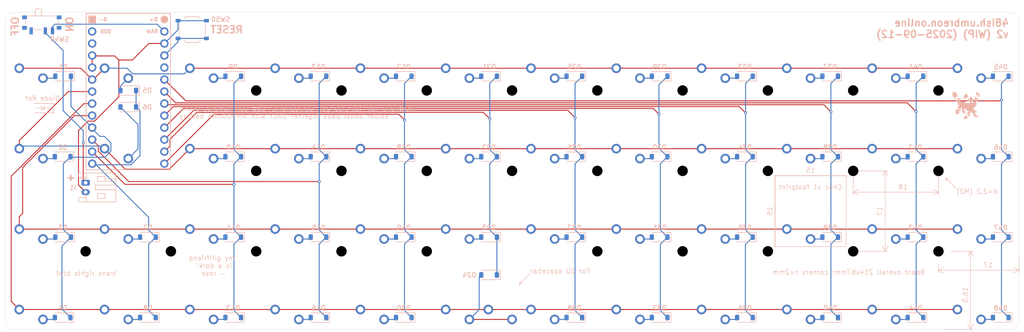
<source format=kicad_pcb>
(kicad_pcb
	(version 20241229)
	(generator "pcbnew")
	(generator_version "9.0")
	(general
		(thickness 1.6)
		(legacy_teardrops no)
	)
	(paper "A3")
	(title_block
		(title "plank")
		(rev "v1.0.0")
		(company "Unknown")
	)
	(layers
		(0 "F.Cu" signal)
		(2 "B.Cu" signal)
		(9 "F.Adhes" user "F.Adhesive")
		(11 "B.Adhes" user "B.Adhesive")
		(13 "F.Paste" user)
		(15 "B.Paste" user)
		(5 "F.SilkS" user "F.Silkscreen")
		(7 "B.SilkS" user "B.Silkscreen")
		(1 "F.Mask" user)
		(3 "B.Mask" user)
		(17 "Dwgs.User" user "User.Drawings")
		(19 "Cmts.User" user "User.Comments")
		(21 "Eco1.User" user "User.Eco1")
		(23 "Eco2.User" user "User.Eco2")
		(25 "Edge.Cuts" user)
		(27 "Margin" user)
		(31 "F.CrtYd" user "F.Courtyard")
		(29 "B.CrtYd" user "B.Courtyard")
		(35 "F.Fab" user)
		(33 "B.Fab" user)
	)
	(setup
		(pad_to_mask_clearance 0)
		(allow_soldermask_bridges_in_footprints no)
		(tenting front back)
		(pcbplotparams
			(layerselection 0x00000000_00000000_55555555_5755f5ff)
			(plot_on_all_layers_selection 0x00000000_00000000_00000000_00000000)
			(disableapertmacros no)
			(usegerberextensions no)
			(usegerberattributes yes)
			(usegerberadvancedattributes yes)
			(creategerberjobfile yes)
			(dashed_line_dash_ratio 12.000000)
			(dashed_line_gap_ratio 3.000000)
			(svgprecision 4)
			(plotframeref no)
			(mode 1)
			(useauxorigin no)
			(hpglpennumber 1)
			(hpglpenspeed 20)
			(hpglpendiameter 15.000000)
			(pdf_front_fp_property_popups yes)
			(pdf_back_fp_property_popups yes)
			(pdf_metadata yes)
			(pdf_single_document no)
			(dxfpolygonmode yes)
			(dxfimperialunits yes)
			(dxfusepcbnewfont yes)
			(psnegative no)
			(psa4output no)
			(plot_black_and_white yes)
			(sketchpadsonfab no)
			(plotpadnumbers no)
			(hidednponfab no)
			(sketchdnponfab yes)
			(crossoutdnponfab yes)
			(subtractmaskfromsilk no)
			(outputformat 1)
			(mirror no)
			(drillshape 0)
			(scaleselection 1)
			(outputdirectory "48ish_soldered_out/")
		)
	)
	(net 0 "")
	(net 1 "Net-(D1-A)")
	(net 2 "/col0")
	(net 3 "Net-(D2-A)")
	(net 4 "Net-(D3-A)")
	(net 5 "Net-(D4-A)")
	(net 6 "/col1")
	(net 7 "Net-(D5-A)")
	(net 8 "Net-(D6-A)")
	(net 9 "Net-(D7-A)")
	(net 10 "Net-(D8-A)")
	(net 11 "Net-(D9-A)")
	(net 12 "/col2")
	(net 13 "Net-(D10-A)")
	(net 14 "Net-(D11-A)")
	(net 15 "Net-(D12-A)")
	(net 16 "/col3")
	(net 17 "Net-(D13-A)")
	(net 18 "Net-(D14-A)")
	(net 19 "Net-(D15-A)")
	(net 20 "Net-(D16-A)")
	(net 21 "Net-(D17-A)")
	(net 22 "/col4")
	(net 23 "Net-(D18-A)")
	(net 24 "Net-(D19-A)")
	(net 25 "Net-(D20-A)")
	(net 26 "Net-(D21-A)")
	(net 27 "/col5")
	(net 28 "Net-(D22-A)")
	(net 29 "Net-(D23-A)")
	(net 30 "Net-(D24-A)")
	(net 31 "Net-(D25-A)")
	(net 32 "/col6")
	(net 33 "Net-(D26-A)")
	(net 34 "Net-(D27-A)")
	(net 35 "Net-(D28-A)")
	(net 36 "/col7")
	(net 37 "Net-(D29-A)")
	(net 38 "Net-(D30-A)")
	(net 39 "Net-(D31-A)")
	(net 40 "Net-(D32-A)")
	(net 41 "Net-(D33-A)")
	(net 42 "/col8")
	(net 43 "Net-(D34-A)")
	(net 44 "Net-(D35-A)")
	(net 45 "Net-(D36-A)")
	(net 46 "Net-(D37-A)")
	(net 47 "/col9")
	(net 48 "Net-(D38-A)")
	(net 49 "Net-(D39-A)")
	(net 50 "Net-(D40-A)")
	(net 51 "Net-(D41-A)")
	(net 52 "/col10")
	(net 53 "Net-(D42-A)")
	(net 54 "Net-(D43-A)")
	(net 55 "Net-(D44-A)")
	(net 56 "/col11")
	(net 57 "Net-(D45-A)")
	(net 58 "Net-(D46-A)")
	(net 59 "Net-(D47-A)")
	(net 60 "Net-(D48-A)")
	(net 61 "Net-(J1-Pin_1)")
	(net 62 "VBAT")
	(net 63 "/row0")
	(net 64 "/row2")
	(net 65 "GND")
	(net 66 "unconnected-(U1-P0{slash}RX-Pad2)")
	(net 67 "/row3")
	(net 68 "unconnected-(U1-P1{slash}TX-Pad1)")
	(net 69 "/row1")
	(net 70 "Net-(SW50-A)")
	(net 71 "unconnected-(SW49-A-Pad1)")
	(net 72 "unconnected-(U1-VCC-Pad16)")
	(footprint "stuff:Choc_v1" (layer "F.Cu") (at 134.5 128))
	(footprint "stuff:Choc_v1" (layer "F.Cu") (at 242.5 128))
	(footprint "stuff:Choc_v1" (layer "F.Cu") (at 188.5 128))
	(footprint "stuff:shitty_m2_mounting_hole" (layer "F.Cu") (at 161.5 136.5))
	(footprint "stuff:Choc_v1" (layer "F.Cu") (at 278.5 111))
	(footprint "stuff:shitty_m2_mounting_hole" (layer "F.Cu") (at 197.5 153.5))
	(footprint "stuff:shitty_m2_mounting_hole" (layer "F.Cu") (at 305.5 136.5))
	(footprint "stuff:Choc_v1" (layer "F.Cu") (at 206.5 111))
	(footprint "stuff:Choc_v1" (layer "F.Cu") (at 170.5 145))
	(footprint "stuff:Choc_v1" (layer "F.Cu") (at 260.5 111))
	(footprint "stuff:Choc_v1" (layer "F.Cu") (at 152.5 128))
	(footprint "stuff:shitty_m2_mounting_hole" (layer "F.Cu") (at 287.5 153.5))
	(footprint "stuff:Choc_v1" (layer "F.Cu") (at 116.5 128))
	(footprint "stuff:Choc_v1" (layer "F.Cu") (at 224.5 128))
	(footprint "stuff:shitty_m2_mounting_hole" (layer "F.Cu") (at 179.5 153.5))
	(footprint "stuff:Choc_v1" (layer "F.Cu") (at 224.5 145))
	(footprint "stuff:Choc_v1" (layer "F.Cu") (at 134.5 111))
	(footprint "stuff:shitty_m2_mounting_hole" (layer "F.Cu") (at 215.5 119.5))
	(footprint "stuff:shitty_m2_mounting_hole" (layer "F.Cu") (at 269.5 153.5))
	(footprint "stuff:Choc_v1" (layer "F.Cu") (at 314.5 145))
	(footprint "stuff:Choc_v1" (layer "F.Cu") (at 314.5 128))
	(footprint "stuff:Choc_v1" (layer "F.Cu") (at 278.5 162))
	(footprint "stuff:shitty_m2_mounting_hole" (layer "F.Cu") (at 197.5 136.5))
	(footprint "stuff:Choc_v1" (layer "F.Cu") (at 224.5 111))
	(footprint "stuff:Choc_v1" (layer "F.Cu") (at 260.5 162))
	(footprint "stuff:shitty_m2_mounting_hole" (layer "F.Cu") (at 233.5 136.5))
	(footprint "stuff:Choc_v1" (layer "F.Cu") (at 188.5 162))
	(footprint "stuff:Choc_v1" (layer "F.Cu") (at 152.5 162))
	(footprint "stuff:Choc_v1" (layer "F.Cu") (at 116.5 162))
	(footprint "stuff:shitty_m2_mounting_hole" (layer "F.Cu") (at 233.5 153.5))
	(footprint "stuff:shitty_m2_mounting_hole" (layer "F.Cu") (at 161.5 153.5))
	(footprint "stuff:Choc_v1" (layer "F.Cu") (at 170.5 162))
	(footprint "stuff:Choc_v1" (layer "F.Cu") (at 278.5 128))
	(footprint "stuff:Choc_v1" (layer "F.Cu") (at 116.5 145))
	(footprint "stuff:Choc_v1" (layer "F.Cu") (at 260.5 128))
	(footprint "stuff:Choc_v1" (layer "F.Cu") (at 206.5 128))
	(footprint "stuff:Choc_v1" (layer "F.Cu") (at 242.5 111))
	(footprint "stuff:shitty_m2_mounting_hole" (layer "F.Cu") (at 251.5 136.5))
	(footprint "stuff:Choc_v1" (layer "F.Cu") (at 242.5 145))
	(footprint "stuff:Choc_v1" (layer "F.Cu") (at 215.5 162))
	(footprint "stuff:Choc_v1" (layer "F.Cu") (at 134.5 145))
	(footprint "stuff:Choc_v1" (layer "F.Cu") (at 296.5 145))
	(footprint "stuff:shitty_m2_mounting_hole" (layer "F.Cu") (at 251.5 119.5))
	(footprint "stuff:Choc_v1" (layer "F.Cu") (at 170.5 128))
	(footprint "stuff:Choc_v1" (layer "F.Cu") (at 296.5 162))
	(footprint "stuff:Choc_v1" (layer "F.Cu") (at 314.5 111))
	(footprint "stuff:shitty_m2_mounting_hole" (layer "F.Cu") (at 197.5 119.5))
	(footprint "stuff:Choc_v1" (layer "F.Cu") (at 260.5 145))
	(footprint "stuff:Choc_v1" (layer "F.Cu") (at 170.5 111))
	(footprint "stuff:Choc_v1" (layer "F.Cu") (at 116.5 111))
	(footprint "stuff:shitty_m2_mounting_hole" (layer "F.Cu") (at 233.5 119.5))
	(footprint "stuff:Choc_v1" (layer "F.Cu") (at 152.5 111))
	(footprint "stuff:shitty_m2_mounting_hole" (layer "F.Cu") (at 305.5 119.5))
	(footprint "stuff:shitty_m2_mounting_hole" (layer "F.Cu") (at 179.5 119.5))
	(footprint "stuff:shitty_m2_mounting_hole" (layer "F.Cu") (at 287.5 119.5))
	(footprint "stuff:Choc_v1" (layer "F.Cu") (at 188.5 111))
	(footprint "stuff:Choc_v1"
		(layer "F.Cu")
		(uuid "a7b66de5-a523-4388-96a2-dbc5aede52e0")
		(at 206.5 162)
		(property "Reference" "SW24"
			(at 0 0 0)
			(layer "F.SilkS")
			(hide yes)
			(uuid "9e6bef2b-fec0-4290-b7be-f5a19a19c1e5")
			(effects
				(font
					(size 1.27 1.27)
					(thickness 0.15)
				)
			)
		)
		(property "Value" "SW_SPST"
			(at 0 0 0)
			(layer "F.SilkS")
			(hide yes)
			(uuid "f321ff4f-09e2-42d3-a572-f5847d26c9d4")
			(effects
				(font
					(size 1.27 1.27)
					(thickness 0.15)
				)
			)
		)
		(property "Datasheet" "~"
			(at 0 0 0)
			(layer "F.Fab")
			(hide yes)
			(uuid "f09fd434-e0be-489a-b7d1-cbc9588999b3")
			(effects
				(font
					(size 1.27 1.27)
					(thickness 0.15)
				)
			)
		)
		(property "Description" "Choc v1 keyswitch"
			(at 0 0 0)
			(layer "F.Fab")
			(hide yes)
			(uuid "ed1681d9-22e3-4c46-ac14-95d414ed05af")
			(effects
				(font
					(size 1.27 1.27)
					(thickness 0.15)
				)
			)
		)
		(property "JLCPCB Part Number" ""
			(at 0 0 0)
			(unlocked yes)
			(layer "F.Fab")
			(hide yes)
			(uuid "0789c039-6cf3-4b81-8174-d043e68d6612")
			(effects
				(font
					(size 1 1)
					(thickness 0.15)
				)
			)
		)
		(path "/cc581630-d5ec-4eb5-8816-96c4ce2eb12b")
		(sheetname "/")
		(sheetfile "48ish_soldered.kicad_sch")
		(attr through_hole exclude_from_bom)
		(fp_line
			(start -9 -8.5)
			(end 9 -8.5)
			(stroke
				(width 0.15)
				(type solid)
			)
			(layer "Dwgs.User")
			(uuid "7f5bbb4f-71a4-4230-b2a5-3812f2c24886")
		)
		(fp_line
			(start -9 8.5)
			(end -9 -8.5)
			(stroke
				(width 0.15)
				(type solid)
			)
			(layer "Dwgs.User")
			(uuid "3ccc1e02-44f4-448d-a719-5d17fba80eec")
		)
		(fp_line
			(start -7 -6)
			(end -7 -7)
			(stroke
				(width 0.15)
				(type solid)
			)
			(layer "Dwgs.User")
			(uuid "3ddfae5f-2da4-44de-82b5-5320776196f4")
		)
		(fp_line
			(start -7 7)
			(end -7 6)
			(stroke
				(width 0.15)
				(type solid)
			)
			(layer "Dwgs.User")
			(uuid "b901dece-80b4-4e6f-bf12-4577a5ba6427")
		)
		(fp_line
			(start -7 7)
			(end -6 7)
			(stroke
				(width 0.15)
				(type solid)
			)
			(layer "Dwgs.User")
			(uuid "c17e7381-4a16-4a97-b8b0-92080b0d1b90")
		)
		(fp_line
			(start -6 -7)
			(end -7 -7)
			(stroke
				(width 0.15)
				(type solid)
			)
			(layer "Dwgs.User")
			(uuid "0dc31092-0453-4779-8ea5-bb12854fdd7e")
		)
		(fp_line
			(start 6 7)
			(end 7 7)
			(stroke
				(width 0.15)
				(type solid)
			)
			(layer "Dwgs.User")
			(uuid "884893c0-fed7-419d-bd07-ceef1e137390")
		)
		(fp_line
			(start 7 -7)
			(end 6 -7)
			(stroke
				(width 0.15)
				(type solid)
			)
		
... [464216 chars truncated]
</source>
